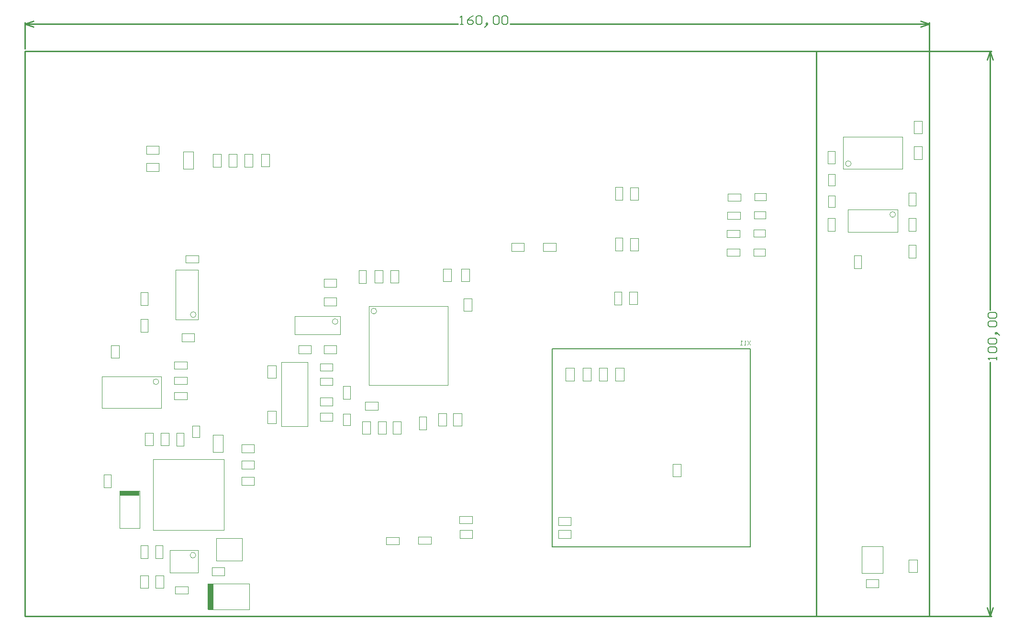
<source format=gbo>
G04 Layer_Color=32896*
%FSLAX44Y44*%
%MOMM*%
G71*
G01*
G75*
%ADD47C,0.1000*%
%ADD48C,0.2540*%
%ADD49C,0.1524*%
%ADD50R,3.5000X0.8877*%
%ADD51R,0.9819X4.6000*%
%ADD70C,0.2000*%
D47*
X2683002Y1117977D02*
X2677670Y1109980D01*
Y1117977D02*
X2683002Y1109980D01*
X2675005D02*
X2672339D01*
X2673672D01*
Y1117977D01*
X2675005Y1116645D01*
X2668340Y1109980D02*
X2665674D01*
X2667007D01*
Y1117977D01*
X2668340Y1116645D01*
X2022000Y1170000D02*
G03*
X2022000Y1170000I-5000J0D01*
G01*
X1702000Y738000D02*
G03*
X1702000Y738000I-5000J0D01*
G01*
X1636500Y1045000D02*
G03*
X1636500Y1045000I-5000J0D01*
G01*
X1953500Y1151500D02*
G03*
X1953500Y1151500I-5000J0D01*
G01*
X2861500Y1431000D02*
G03*
X2861500Y1431000I-5000J0D01*
G01*
X2940000Y1341000D02*
G03*
X2940000Y1341000I-5000J0D01*
G01*
X1702500Y1163750D02*
G03*
X1702500Y1163750I-5000J0D01*
G01*
X1604650Y1132600D02*
Y1155400D01*
X1617350Y1132600D02*
Y1155400D01*
X1604650Y1132600D02*
X1617350D01*
X1604650Y1155400D02*
X1617350D01*
X2820750Y1354000D02*
Y1374000D01*
X2833250Y1354000D02*
Y1374000D01*
X2820750Y1354000D02*
X2833250D01*
X2820750Y1374000D02*
X2833250D01*
X2833350Y1430600D02*
Y1453400D01*
X2820650Y1430600D02*
Y1453400D01*
X2833350D01*
X2820650Y1430600D02*
X2833350D01*
X2820650Y1311600D02*
Y1334400D01*
X2833350Y1311600D02*
Y1334400D01*
X2820650Y1311600D02*
X2833350D01*
X2820650Y1334400D02*
X2833350D01*
X2833250Y1392000D02*
Y1412000D01*
X2820750Y1392000D02*
Y1412000D01*
X2833250D01*
X2820750Y1392000D02*
X2833250D01*
X2880200Y753600D02*
X2917800D01*
X2880200Y706400D02*
X2917800D01*
X2880200D02*
Y753600D01*
X2917800Y706400D02*
Y753600D01*
X2963750Y707950D02*
X2978250D01*
X2963750Y730050D02*
X2978250D01*
X2963750Y707950D02*
Y730050D01*
X2978250Y707950D02*
Y730050D01*
X2887950Y680750D02*
Y695250D01*
X2910050Y680750D02*
Y695250D01*
X2887950D02*
X2910050D01*
X2887950Y680750D02*
X2910050D01*
X1663600Y1013650D02*
X1686400D01*
X1663600Y1026350D02*
X1686400D01*
Y1013650D02*
Y1026350D01*
X1663600Y1013650D02*
Y1026350D01*
Y1040650D02*
X1686400D01*
X1663600Y1053350D02*
X1686400D01*
Y1040650D02*
Y1053350D01*
X1663600Y1040650D02*
Y1053350D01*
Y1067650D02*
X1686400D01*
X1663600Y1080350D02*
X1686400D01*
Y1067650D02*
Y1080350D01*
X1663600Y1067650D02*
Y1080350D01*
X2316950Y1275750D02*
Y1290250D01*
X2339050Y1275750D02*
Y1290250D01*
X2316950D02*
X2339050D01*
X2316950Y1275750D02*
X2339050D01*
X2283050D02*
Y1290250D01*
X2260950Y1275750D02*
Y1290250D01*
Y1275750D02*
X2283050D01*
X2260950Y1290250D02*
X2283050D01*
X1539650Y880400D02*
X1552350D01*
X1539650Y857600D02*
X1552350D01*
Y880400D01*
X1539650Y857600D02*
Y880400D01*
X2168950Y782250D02*
X2191050D01*
X2168950Y767750D02*
X2191050D01*
X2168950D02*
Y782250D01*
X2191050Y767750D02*
Y782250D01*
X2468750Y1181950D02*
Y1204050D01*
X2483250Y1181950D02*
Y1204050D01*
X2468750Y1181950D02*
X2483250D01*
X2468750Y1204050D02*
X2483250D01*
X2470750Y1276950D02*
Y1299050D01*
X2485250Y1276950D02*
Y1299050D01*
X2470750Y1276950D02*
X2485250D01*
X2470750Y1299050D02*
X2485250D01*
X2470750Y1366950D02*
Y1389050D01*
X2485250Y1366950D02*
Y1389050D01*
X2470750Y1366950D02*
X2485250D01*
X2470750Y1389050D02*
X2485250D01*
X1829250Y1051450D02*
Y1073550D01*
X1843750Y1051450D02*
Y1073550D01*
X1829250Y1051450D02*
X1843750D01*
X1829250Y1073550D02*
X1843750D01*
Y971450D02*
Y993550D01*
X1829250Y971450D02*
Y993550D01*
X1843750D01*
X1829250Y971450D02*
X1843750D01*
X1883950Y1109250D02*
X1906050D01*
X1883950Y1094750D02*
X1906050D01*
X1883950D02*
Y1109250D01*
X1906050Y1094750D02*
Y1109250D01*
X2157750Y966950D02*
Y989050D01*
X2172250Y966950D02*
Y989050D01*
X2157750Y966950D02*
X2172250D01*
X2157750Y989050D02*
X2172250D01*
X2190250Y1169950D02*
Y1192050D01*
X2175750Y1169950D02*
Y1192050D01*
X2190250D01*
X2175750Y1169950D02*
X2190250D01*
X2033250Y1219950D02*
Y1242050D01*
X2018750Y1219950D02*
Y1242050D01*
X2033250D01*
X2018750Y1219950D02*
X2033250D01*
X2050750Y952950D02*
Y975050D01*
X2065250Y952950D02*
Y975050D01*
X2050750Y952950D02*
X2065250D01*
X2050750Y975050D02*
X2065250D01*
X2001950Y994750D02*
X2024050D01*
X2001950Y1009250D02*
X2024050D01*
Y994750D02*
Y1009250D01*
X2001950Y994750D02*
Y1009250D01*
X2061250Y1219950D02*
Y1242050D01*
X2046750Y1219950D02*
Y1242050D01*
X2061250D01*
X2046750Y1219950D02*
X2061250D01*
X2154250Y1222950D02*
Y1245050D01*
X2139750Y1222950D02*
Y1245050D01*
X2154250D01*
X2139750Y1222950D02*
X2154250D01*
X1921950Y990250D02*
X1944050D01*
X1921950Y975750D02*
X1944050D01*
X1921950D02*
Y990250D01*
X1944050Y975750D02*
Y990250D01*
X1921950Y1017250D02*
X1944050D01*
X1921950Y1002750D02*
X1944050D01*
X1921950D02*
Y1017250D01*
X1944050Y1002750D02*
Y1017250D01*
X2186250Y1222950D02*
Y1245050D01*
X2171750Y1222950D02*
Y1245050D01*
X2186250D01*
X2171750Y1222950D02*
X2186250D01*
X2130750Y966950D02*
Y989050D01*
X2145250Y966950D02*
Y989050D01*
X2130750Y966950D02*
X2145250D01*
X2130750Y989050D02*
X2145250D01*
X2011250Y952950D02*
Y975050D01*
X1996750Y952950D02*
Y975050D01*
X2011250D01*
X1996750Y952950D02*
X2011250D01*
X2039250Y952950D02*
Y975050D01*
X2024750Y952950D02*
Y975050D01*
X2039250D01*
X2024750Y952950D02*
X2039250D01*
X1928950Y1227250D02*
X1951050D01*
X1928950Y1212750D02*
X1951050D01*
X1928950D02*
Y1227250D01*
X1951050Y1212750D02*
Y1227250D01*
X1928950Y1194250D02*
X1951050D01*
X1928950Y1179750D02*
X1951050D01*
X1928950D02*
Y1194250D01*
X1951050Y1179750D02*
Y1194250D01*
X1928950Y1109250D02*
X1951050D01*
X1928950Y1094750D02*
X1951050D01*
X1928950D02*
Y1109250D01*
X1951050Y1094750D02*
Y1109250D01*
X2356750Y1046950D02*
Y1069050D01*
X2371250Y1046950D02*
Y1069050D01*
X2356750Y1046950D02*
X2371250D01*
X2356750Y1069050D02*
X2371250D01*
X2386750Y1046950D02*
Y1069050D01*
X2401250Y1046950D02*
Y1069050D01*
X2386750Y1046950D02*
X2401250D01*
X2386750Y1069050D02*
X2401250D01*
X2444750Y1046950D02*
Y1069050D01*
X2459250Y1046950D02*
Y1069050D01*
X2444750Y1046950D02*
X2459250D01*
X2444750Y1069050D02*
X2459250D01*
X2415750Y1046950D02*
Y1069050D01*
X2430250Y1046950D02*
Y1069050D01*
X2415750Y1046950D02*
X2430250D01*
X2415750Y1069050D02*
X2430250D01*
X1567500Y852000D02*
X1602500D01*
X1567500Y786000D02*
X1602500D01*
Y852000D01*
X1567500Y786000D02*
Y852000D01*
X1723500Y642000D02*
X1796500D01*
X1723500Y688000D02*
X1796500D01*
Y642000D02*
Y688000D01*
X1723500Y642000D02*
Y688000D01*
X1630750Y679950D02*
Y702050D01*
X1645250Y679950D02*
Y702050D01*
X1630750Y679950D02*
X1645250D01*
X1630750Y702050D02*
X1645250D01*
X1603750Y679950D02*
Y702050D01*
X1618250Y679950D02*
Y702050D01*
X1603750Y679950D02*
X1618250D01*
X1603750Y702050D02*
X1618250D01*
X1626250Y931950D02*
Y954050D01*
X1611750Y931950D02*
Y954050D01*
X1626250D01*
X1611750Y931950D02*
X1626250D01*
X1654250D02*
Y954050D01*
X1639750Y931950D02*
Y954050D01*
X1654250D01*
X1639750Y931950D02*
X1654250D01*
X1782950Y861750D02*
X1805050D01*
X1782950Y876250D02*
X1805050D01*
Y861750D02*
Y876250D01*
X1782950Y861750D02*
Y876250D01*
Y890750D02*
X1805050D01*
X1782950Y905250D02*
X1805050D01*
Y890750D02*
Y905250D01*
X1782950Y890750D02*
Y905250D01*
Y919750D02*
X1805050D01*
X1782950Y934250D02*
X1805050D01*
Y919750D02*
Y934250D01*
X1782950Y919750D02*
Y934250D01*
X2689000Y1280250D02*
X2709000D01*
X2689000Y1267750D02*
X2709000D01*
X2689000D02*
Y1280250D01*
X2709000Y1267750D02*
Y1280250D01*
X2709000Y1301750D02*
Y1314250D01*
X2689000Y1301750D02*
Y1314250D01*
Y1301750D02*
X2709000D01*
X2689000Y1314250D02*
X2709000D01*
X2690000Y1346250D02*
X2710000D01*
X2690000Y1333750D02*
X2710000D01*
X2690000D02*
Y1346250D01*
X2710000Y1333750D02*
Y1346250D01*
X2711000Y1365750D02*
Y1378250D01*
X2691000Y1365750D02*
Y1378250D01*
Y1365750D02*
X2711000D01*
X2691000Y1378250D02*
X2711000D01*
X1738000Y728250D02*
X1784000D01*
X1738000Y767750D02*
X1784000D01*
Y728250D02*
Y767750D01*
X1738000Y728250D02*
Y767750D01*
X1695750Y947000D02*
Y967000D01*
X1708250Y947000D02*
Y967000D01*
X1695750Y947000D02*
X1708250D01*
X1695750Y967000D02*
X1708250D01*
X1962750Y968000D02*
X1975250D01*
X1962750Y988000D02*
X1975250D01*
X1962750Y968000D02*
Y988000D01*
X1975250Y968000D02*
Y988000D01*
X1626500Y907500D02*
X1751500D01*
X1626500Y782500D02*
X1751500D01*
X1626500D02*
Y907500D01*
X1751500Y782500D02*
Y907500D01*
X2095600Y757650D02*
Y770350D01*
X2118400Y757650D02*
Y770350D01*
X2095600D02*
X2118400D01*
X2095600Y757650D02*
X2118400D01*
X2455350Y1181600D02*
Y1204400D01*
X2442650Y1181600D02*
Y1204400D01*
X2455350D01*
X2442650Y1181600D02*
X2455350D01*
X1944400Y1064150D02*
Y1076850D01*
X1921600Y1064150D02*
Y1076850D01*
Y1064150D02*
X1944400D01*
X1921600Y1076850D02*
X1944400D01*
X1921600Y1051350D02*
X1944400D01*
X1921600Y1038650D02*
X1944400D01*
X1921600D02*
Y1051350D01*
X1944400Y1038650D02*
Y1051350D01*
X1990650Y1242400D02*
X2003350D01*
X1990650Y1219600D02*
X2003350D01*
Y1242400D01*
X1990650Y1219600D02*
Y1242400D01*
X2457350Y1276600D02*
Y1299400D01*
X2444650Y1276600D02*
Y1299400D01*
X2457350D01*
X2444650Y1276600D02*
X2457350D01*
X2168600Y794650D02*
Y807350D01*
X2191400Y794650D02*
Y807350D01*
X2168600D02*
X2191400D01*
X2168600Y794650D02*
X2191400D01*
X2457350Y1366600D02*
Y1389400D01*
X2444650Y1366600D02*
Y1389400D01*
X2457350D01*
X2444650Y1366600D02*
X2457350D01*
X2641600Y1267650D02*
Y1280350D01*
X2664400Y1267650D02*
Y1280350D01*
X2641600D02*
X2664400D01*
X2641600Y1267650D02*
X2664400D01*
X2641600Y1300650D02*
X2664400D01*
X2641600Y1313350D02*
X2664400D01*
Y1300650D02*
Y1313350D01*
X2641600Y1300650D02*
Y1313350D01*
X2642600Y1332650D02*
Y1345350D01*
X2665400Y1332650D02*
Y1345350D01*
X2642600D02*
X2665400D01*
X2642600Y1332650D02*
X2665400D01*
X1975350Y1014600D02*
Y1037400D01*
X1962650Y1014600D02*
Y1037400D01*
X1975350D01*
X1962650Y1014600D02*
X1975350D01*
X2643600Y1364650D02*
Y1377350D01*
X2666400Y1364650D02*
Y1377350D01*
X2643600D02*
X2666400D01*
X2643600Y1364650D02*
X2666400D01*
X2110350Y960600D02*
Y983400D01*
X2097650Y960600D02*
Y983400D01*
X2110350D01*
X2097650Y960600D02*
X2110350D01*
X1667650Y954400D02*
X1680350D01*
X1667650Y931600D02*
X1680350D01*
Y954400D01*
X1667650Y931600D02*
Y954400D01*
X1617350Y732600D02*
Y755400D01*
X1604650Y732600D02*
Y755400D01*
X1617350D01*
X1604650Y732600D02*
X1617350D01*
X1630650Y755400D02*
X1643350D01*
X1630650Y732600D02*
X1643350D01*
Y755400D01*
X1630650Y732600D02*
Y755400D01*
X1665600Y669650D02*
X1688400D01*
X1665600Y682350D02*
X1688400D01*
Y669650D02*
Y682350D01*
X1665600Y669650D02*
Y682350D01*
X2008000Y1039000D02*
X2148000D01*
X2008000Y1179000D02*
X2148000D01*
Y1039000D02*
Y1179000D01*
X2008000Y1039000D02*
Y1179000D01*
X1656000Y747000D02*
X1706000D01*
X1656000Y707000D02*
X1706000D01*
Y747000D01*
X1656000Y707000D02*
Y747000D01*
X1732250Y920750D02*
X1749750D01*
X1732250Y951250D02*
X1749750D01*
Y920750D02*
Y951250D01*
X1732250Y920750D02*
Y951250D01*
X1535500Y1054000D02*
X1640500D01*
X1535500Y998000D02*
X1640500D01*
Y1054000D01*
X1535500Y998000D02*
Y1054000D01*
X1900000Y965750D02*
Y1079250D01*
X1853000Y965750D02*
Y1079250D01*
X1900000D01*
X1853000Y965750D02*
X1900000D01*
X1877500Y1160500D02*
X1957500D01*
X1877500Y1128500D02*
X1957500D01*
Y1160500D01*
X1877500Y1128500D02*
Y1160500D01*
X1730950Y701750D02*
X1753050D01*
X1730950Y716250D02*
X1753050D01*
Y701750D02*
Y716250D01*
X1730950Y701750D02*
Y716250D01*
X2038600Y756650D02*
Y769350D01*
X2061400Y756650D02*
Y769350D01*
X2038600D02*
X2061400D01*
X2038600Y756650D02*
X2061400D01*
X1566250Y1086950D02*
Y1109050D01*
X1551750Y1086950D02*
Y1109050D01*
X1566250D01*
X1551750Y1086950D02*
X1566250D01*
X2343950Y805250D02*
X2366050D01*
X2343950Y790750D02*
X2366050D01*
X2343950D02*
Y805250D01*
X2366050Y790750D02*
Y805250D01*
X2343950Y782250D02*
X2366050D01*
X2343950Y767750D02*
X2366050D01*
X2343950D02*
Y782250D01*
X2366050Y767750D02*
Y782250D01*
X2545750Y876950D02*
Y899050D01*
X2560250Y876950D02*
Y899050D01*
X2545750Y876950D02*
X2560250D01*
X2545750Y899050D02*
X2560250D01*
X1706900Y1255400D02*
Y1268100D01*
X1684100Y1255400D02*
Y1268100D01*
Y1255400D02*
X1706900D01*
X1684100Y1268100D02*
X1706900D01*
X1614950Y1432250D02*
X1637050D01*
X1614950Y1417750D02*
X1637050D01*
X1614950D02*
Y1432250D01*
X1637050Y1417750D02*
Y1432250D01*
X1614700Y1462250D02*
X1636800D01*
X1614700Y1447750D02*
X1636800D01*
X1614700D02*
Y1462250D01*
X1636800Y1447750D02*
Y1462250D01*
X1732250Y1425450D02*
Y1447550D01*
X1746750Y1425450D02*
Y1447550D01*
X1732250Y1425450D02*
X1746750D01*
X1732250Y1447550D02*
X1746750D01*
X1760250Y1425450D02*
Y1447550D01*
X1774750Y1425450D02*
Y1447550D01*
X1760250Y1425450D02*
X1774750D01*
X1760250Y1447550D02*
X1774750D01*
X1788250Y1425450D02*
Y1447550D01*
X1802750Y1425450D02*
Y1447550D01*
X1788250Y1425450D02*
X1802750D01*
X1788250Y1447550D02*
X1802750D01*
X1676950Y1115750D02*
X1699050D01*
X1676950Y1130250D02*
X1699050D01*
Y1115750D02*
Y1130250D01*
X1676950Y1115750D02*
Y1130250D01*
X2987250Y1438950D02*
Y1461050D01*
X2972750Y1438950D02*
Y1461050D01*
X2987250D01*
X2972750Y1438950D02*
X2987250D01*
Y1483950D02*
Y1506050D01*
X2972750Y1483950D02*
Y1506050D01*
X2987250D01*
X2972750Y1483950D02*
X2987250D01*
X2866650Y1245600D02*
X2879350D01*
X2866650Y1268400D02*
X2879350D01*
X2866650Y1245600D02*
Y1268400D01*
X2879350Y1245600D02*
Y1268400D01*
X1604650Y1180600D02*
X1617350D01*
X1604650Y1203400D02*
X1617350D01*
X1604650Y1180600D02*
Y1203400D01*
X1617350Y1180600D02*
Y1203400D01*
X2963650Y1287400D02*
X2976350D01*
X2963650Y1264600D02*
X2976350D01*
Y1287400D01*
X2963650Y1264600D02*
Y1287400D01*
Y1379400D02*
X2976350D01*
X2963650Y1356600D02*
X2976350D01*
Y1379400D01*
X2963650Y1356600D02*
Y1379400D01*
X1679750Y1421250D02*
X1697250D01*
X1679750Y1451750D02*
X1697250D01*
Y1421250D02*
Y1451750D01*
X1679750Y1421250D02*
Y1451750D01*
X2847500Y1422000D02*
X2952500D01*
X2847500Y1478000D02*
X2952500D01*
X2847500Y1422000D02*
Y1478000D01*
X2952500Y1422000D02*
Y1478000D01*
X2963650Y1311600D02*
X2976350D01*
X2963650Y1334400D02*
X2976350D01*
X2963650Y1311600D02*
Y1334400D01*
X2976350Y1311600D02*
Y1334400D01*
X1817750Y1425950D02*
Y1448050D01*
X1832250Y1425950D02*
Y1448050D01*
X1817750Y1425950D02*
X1832250D01*
X1817750Y1448050D02*
X1832250D01*
X2856000Y1310000D02*
Y1350000D01*
X2944000Y1310000D02*
Y1350000D01*
X2856000Y1310000D02*
X2944000D01*
X2856000Y1350000D02*
X2944000D01*
X1706500Y1154750D02*
Y1242750D01*
X1666500Y1154750D02*
Y1242750D01*
Y1154750D02*
X1706500D01*
X1666500Y1242750D02*
X1706500D01*
D48*
X3000000Y632540D02*
Y1680540D01*
X1400000Y1633810D02*
Y1680540D01*
X2258107Y1678000D02*
X3000000D01*
X1400000D02*
X2166186D01*
X2984760Y1683080D02*
X3000000Y1678000D01*
X2984760Y1672920D02*
X3000000Y1678000D01*
X1400000D02*
X1415240Y1672920D01*
X1400000Y1678000D02*
X1415240Y1683080D01*
X2803810Y1630000D02*
X3109790D01*
X2803810Y630000D02*
X3109790D01*
X3107250Y1171896D02*
Y1630000D01*
Y630000D02*
Y1079976D01*
X3102170Y1614760D02*
X3107250Y1630000D01*
X3112330Y1614760D01*
X3107250Y630000D02*
X3112330Y645240D01*
X3102170D02*
X3107250Y630000D01*
X2800000D02*
X3000000D01*
Y1630000D01*
X2800000D02*
X3000000D01*
X1400000Y630000D02*
Y1630000D01*
Y630000D02*
X2800000D01*
Y1630000D01*
X1400000D02*
X2800000D01*
D49*
X2170250Y1677750D02*
X2175328D01*
X2172789D01*
Y1692985D01*
X2170250Y1690446D01*
X2193103Y1692985D02*
X2188024Y1690446D01*
X2182946Y1685367D01*
Y1680289D01*
X2185485Y1677750D01*
X2190563D01*
X2193103Y1680289D01*
Y1682828D01*
X2190563Y1685367D01*
X2182946D01*
X2198181Y1690446D02*
X2200720Y1692985D01*
X2205798D01*
X2208338Y1690446D01*
Y1680289D01*
X2205798Y1677750D01*
X2200720D01*
X2198181Y1680289D01*
Y1690446D01*
X2215955Y1675211D02*
X2218494Y1677750D01*
Y1680289D01*
X2215955D01*
Y1677750D01*
X2218494D01*
X2215955Y1675211D01*
X2213416Y1672672D01*
X2228651Y1690446D02*
X2231190Y1692985D01*
X2236269D01*
X2238808Y1690446D01*
Y1680289D01*
X2236269Y1677750D01*
X2231190D01*
X2228651Y1680289D01*
Y1690446D01*
X2243886D02*
X2246425Y1692985D01*
X2251504D01*
X2254043Y1690446D01*
Y1680289D01*
X2251504Y1677750D01*
X2246425D01*
X2243886Y1680289D01*
Y1690446D01*
X3118931Y1084040D02*
Y1089118D01*
Y1086579D01*
X3103696D01*
X3106235Y1084040D01*
Y1096735D02*
X3103696Y1099275D01*
Y1104353D01*
X3106235Y1106892D01*
X3116392D01*
X3118931Y1104353D01*
Y1099275D01*
X3116392Y1096735D01*
X3106235D01*
Y1111971D02*
X3103696Y1114510D01*
Y1119588D01*
X3106235Y1122127D01*
X3116392D01*
X3118931Y1119588D01*
Y1114510D01*
X3116392Y1111971D01*
X3106235D01*
X3121470Y1129745D02*
X3118931Y1132284D01*
X3116392D01*
Y1129745D01*
X3118931D01*
Y1132284D01*
X3121470Y1129745D01*
X3124009Y1127206D01*
X3106235Y1142441D02*
X3103696Y1144980D01*
Y1150058D01*
X3106235Y1152597D01*
X3116392D01*
X3118931Y1150058D01*
Y1144980D01*
X3116392Y1142441D01*
X3106235D01*
Y1157676D02*
X3103696Y1160215D01*
Y1165293D01*
X3106235Y1167832D01*
X3116392D01*
X3118931Y1165293D01*
Y1160215D01*
X3116392Y1157676D01*
X3106235D01*
D50*
X1585000Y847561D02*
D03*
D51*
X1728409Y665000D02*
D03*
D70*
X2333000Y1103000D02*
X2683000D01*
X2333000Y753000D02*
Y1103000D01*
Y753000D02*
X2683000D01*
Y1103000D01*
M02*

</source>
